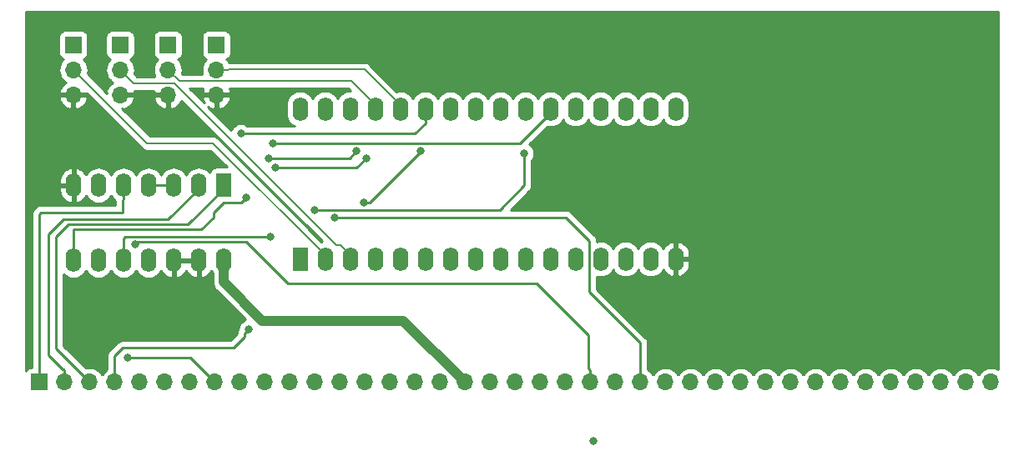
<source format=gbl>
G04 #@! TF.GenerationSoftware,KiCad,Pcbnew,5.1.4*
G04 #@! TF.CreationDate,2019-10-08T23:19:43+02:00*
G04 #@! TF.ProjectId,rc-29f001,72632d32-3966-4303-9031-2e6b69636164,rev?*
G04 #@! TF.SameCoordinates,Original*
G04 #@! TF.FileFunction,Copper,L2,Bot*
G04 #@! TF.FilePolarity,Positive*
%FSLAX46Y46*%
G04 Gerber Fmt 4.6, Leading zero omitted, Abs format (unit mm)*
G04 Created by KiCad (PCBNEW 5.1.4) date 2019-10-08 23:19:43*
%MOMM*%
%LPD*%
G04 APERTURE LIST*
%ADD10R,1.600000X2.400000*%
%ADD11O,1.600000X2.400000*%
%ADD12R,1.700000X1.700000*%
%ADD13O,1.700000X1.700000*%
%ADD14C,0.800000*%
%ADD15C,0.200000*%
%ADD16C,1.000000*%
%ADD17C,0.250000*%
%ADD18C,0.254000*%
G04 APERTURE END LIST*
D10*
X48500000Y-175750000D03*
D11*
X86600000Y-160510000D03*
X51040000Y-175750000D03*
X84060000Y-160510000D03*
X53580000Y-175750000D03*
X81520000Y-160510000D03*
X56120000Y-175750000D03*
X78980000Y-160510000D03*
X58660000Y-175750000D03*
X76440000Y-160510000D03*
X61200000Y-175750000D03*
X73900000Y-160510000D03*
X63740000Y-175750000D03*
X71360000Y-160510000D03*
X66280000Y-175750000D03*
X68820000Y-160510000D03*
X68820000Y-175750000D03*
X66280000Y-160510000D03*
X71360000Y-175750000D03*
X63740000Y-160510000D03*
X73900000Y-175750000D03*
X61200000Y-160510000D03*
X76440000Y-175750000D03*
X58660000Y-160510000D03*
X78980000Y-175750000D03*
X56120000Y-160510000D03*
X81520000Y-175750000D03*
X53580000Y-160510000D03*
X84060000Y-175750000D03*
X51040000Y-160510000D03*
X86600000Y-175750000D03*
X48500000Y-160510000D03*
D10*
X40750000Y-168250000D03*
D11*
X25510000Y-175870000D03*
X38210000Y-168250000D03*
X28050000Y-175870000D03*
X35670000Y-168250000D03*
X30590000Y-175870000D03*
X33130000Y-168250000D03*
X33130000Y-175870000D03*
X30590000Y-168250000D03*
X35670000Y-175870000D03*
X28050000Y-168250000D03*
X38210000Y-175870000D03*
X25510000Y-168250000D03*
X40750000Y-175870000D03*
D12*
X40000000Y-154000000D03*
D13*
X40000000Y-156540000D03*
X40000000Y-159080000D03*
D12*
X35090000Y-154000000D03*
D13*
X35090000Y-156540000D03*
X35090000Y-159080000D03*
D12*
X30250000Y-154000000D03*
D13*
X30250000Y-156540000D03*
X30250000Y-159080000D03*
D12*
X25500000Y-154000000D03*
D13*
X25500000Y-156540000D03*
X25500000Y-159080000D03*
X118580000Y-188250000D03*
X116040000Y-188250000D03*
X113500000Y-188250000D03*
X110960000Y-188250000D03*
X108420000Y-188250000D03*
X105880000Y-188250000D03*
X103340000Y-188250000D03*
X100800000Y-188250000D03*
X98260000Y-188250000D03*
X95720000Y-188250000D03*
X93180000Y-188250000D03*
X90640000Y-188250000D03*
X88100000Y-188250000D03*
X85560000Y-188250000D03*
X83020000Y-188250000D03*
X80480000Y-188250000D03*
X77940000Y-188250000D03*
X75400000Y-188250000D03*
X72860000Y-188250000D03*
X70320000Y-188250000D03*
X67780000Y-188250000D03*
X65240000Y-188250000D03*
X62700000Y-188250000D03*
X60160000Y-188250000D03*
X57620000Y-188250000D03*
X55080000Y-188250000D03*
X52540000Y-188250000D03*
X50000000Y-188250000D03*
X47460000Y-188250000D03*
X44920000Y-188250000D03*
X42380000Y-188250000D03*
X39840000Y-188250000D03*
X37300000Y-188250000D03*
X34760000Y-188250000D03*
X32220000Y-188250000D03*
X29680000Y-188250000D03*
X27140000Y-188250000D03*
X24600000Y-188250000D03*
D12*
X22060000Y-188250000D03*
D14*
X78250000Y-194250000D03*
X84250000Y-186000000D03*
X23250000Y-164000000D03*
X34750000Y-181500000D03*
X59750000Y-153750000D03*
X71500000Y-154750000D03*
X108750000Y-154250000D03*
X115250000Y-154250000D03*
X75750000Y-168250000D03*
X85000000Y-186500000D03*
X84250000Y-186750000D03*
X52000000Y-171500000D03*
X45500000Y-173500000D03*
X31750000Y-174225000D03*
X42500000Y-163000000D03*
X31000000Y-185750000D03*
X55000000Y-170000000D03*
X60750000Y-164750000D03*
X71250000Y-165000000D03*
X50000000Y-170750000D03*
X45323002Y-165500000D03*
X54250000Y-164750000D03*
X43250000Y-182900000D03*
X43000000Y-169500000D03*
X46000000Y-166500000D03*
X46000000Y-166500000D03*
X46000000Y-166500000D03*
X55250000Y-165500000D03*
X45750000Y-164000000D03*
X45750000Y-164000000D03*
D15*
X51040000Y-175350000D02*
X51040000Y-175750000D01*
X32960000Y-164000000D02*
X39690000Y-164000000D01*
X39690000Y-164000000D02*
X51040000Y-175350000D01*
X25500000Y-156540000D02*
X32960000Y-164000000D01*
X53580000Y-175350000D02*
X53580000Y-175750000D01*
X52580000Y-174350000D02*
X53580000Y-175350000D01*
X35759999Y-157929999D02*
X52180000Y-174350000D01*
X52180000Y-174350000D02*
X52580000Y-174350000D01*
X31639999Y-157929999D02*
X35759999Y-157929999D01*
X30250000Y-156540000D02*
X31639999Y-157929999D01*
D16*
X40750000Y-178070000D02*
X44680000Y-182000000D01*
X40750000Y-175870000D02*
X40750000Y-178070000D01*
X58990000Y-182000000D02*
X65240000Y-188250000D01*
X44680000Y-182000000D02*
X58990000Y-182000000D01*
D17*
X83020000Y-188250000D02*
X83020000Y-184270000D01*
X77854990Y-179104990D02*
X77854990Y-173895010D01*
X83020000Y-184270000D02*
X77854990Y-179104990D01*
X77854990Y-173895010D02*
X75459980Y-171500000D01*
X75459980Y-171500000D02*
X52000000Y-171500000D01*
X45500000Y-173500000D02*
X30750000Y-173500000D01*
X30590000Y-173660000D02*
X30590000Y-175870000D01*
X30750000Y-173500000D02*
X30590000Y-173660000D01*
X43000000Y-174000000D02*
X31750000Y-174000000D01*
X47250000Y-178250000D02*
X43000000Y-174000000D01*
X77940000Y-188250000D02*
X77940000Y-187047919D01*
X72500000Y-178250000D02*
X47250000Y-178250000D01*
X77750000Y-183500000D02*
X72500000Y-178250000D01*
X31750000Y-174000000D02*
X31750000Y-174225000D01*
X77940000Y-187047919D02*
X77750000Y-186857919D01*
X77750000Y-186857919D02*
X77750000Y-183500000D01*
X61200000Y-161960000D02*
X60160000Y-163000000D01*
X61200000Y-160510000D02*
X61200000Y-161960000D01*
X60160000Y-163000000D02*
X42500000Y-163000000D01*
X37340000Y-185750000D02*
X39840000Y-188250000D01*
X31000000Y-185750000D02*
X37340000Y-185750000D01*
X55565685Y-170000000D02*
X60750000Y-164815685D01*
X55000000Y-170000000D02*
X55565685Y-170000000D01*
X60750000Y-164815685D02*
X60750000Y-164750000D01*
X71250000Y-165000000D02*
X71250000Y-168250000D01*
X71250000Y-168250000D02*
X68750000Y-170750000D01*
X68750000Y-170750000D02*
X50000000Y-170750000D01*
X45323002Y-165500000D02*
X53500000Y-165500000D01*
X53500000Y-165500000D02*
X54250000Y-164750000D01*
X42850001Y-183299999D02*
X42850001Y-183649999D01*
X29680000Y-185570000D02*
X29680000Y-188250000D01*
X30500000Y-184750000D02*
X29680000Y-185570000D01*
X41750000Y-184750000D02*
X30500000Y-184750000D01*
X43250000Y-182900000D02*
X42850001Y-183299999D01*
X42850001Y-183649999D02*
X41750000Y-184750000D01*
X40750000Y-168650000D02*
X37150000Y-172250000D01*
X40750000Y-168250000D02*
X40750000Y-168650000D01*
X37150000Y-172250000D02*
X25000000Y-172250000D01*
X25000000Y-172250000D02*
X23750000Y-173500000D01*
X23750000Y-184860000D02*
X27140000Y-188250000D01*
X23750000Y-173500000D02*
X23750000Y-184860000D01*
X38210000Y-168650000D02*
X38210000Y-168250000D01*
X35110000Y-171750000D02*
X38210000Y-168650000D01*
X23000000Y-173250000D02*
X24500000Y-171750000D01*
X24600000Y-188250000D02*
X24600000Y-187047919D01*
X24600000Y-187047919D02*
X24500000Y-186947919D01*
X24500000Y-171750000D02*
X35110000Y-171750000D01*
X24500000Y-186947919D02*
X24447919Y-186947919D01*
X23000000Y-185500000D02*
X23000000Y-173250000D01*
X24447919Y-186947919D02*
X23000000Y-185500000D01*
X30590000Y-169700000D02*
X30500000Y-169790000D01*
X30590000Y-168250000D02*
X30590000Y-169700000D01*
X30500000Y-169790000D02*
X30500000Y-171000000D01*
X30500000Y-171000000D02*
X22250000Y-171000000D01*
X22060000Y-171190000D02*
X22060000Y-188250000D01*
X22250000Y-171000000D02*
X22060000Y-171190000D01*
D15*
X53700001Y-157690001D02*
X56120000Y-160110000D01*
X56120000Y-160110000D02*
X56120000Y-160510000D01*
X36240001Y-157690001D02*
X53700001Y-157690001D01*
X35090000Y-156540000D02*
X36240001Y-157690001D01*
X41202081Y-156540000D02*
X41242081Y-156500000D01*
X40000000Y-156540000D02*
X41202081Y-156540000D01*
X58660000Y-160110000D02*
X58660000Y-160510000D01*
X55050000Y-156500000D02*
X58660000Y-160110000D01*
X41242081Y-156500000D02*
X55050000Y-156500000D01*
D17*
X25510000Y-174420000D02*
X25500000Y-174410000D01*
X25510000Y-175870000D02*
X25510000Y-174420000D01*
X25500000Y-174410000D02*
X25500000Y-172750000D01*
X25500000Y-172750000D02*
X38500000Y-172750000D01*
X39750000Y-171500000D02*
X39750000Y-171000000D01*
X38500000Y-172750000D02*
X39750000Y-171500000D01*
X39750000Y-171000000D02*
X40750000Y-170000000D01*
X40750000Y-170000000D02*
X42500000Y-170000000D01*
X42500000Y-170000000D02*
X43000000Y-169500000D01*
X46000000Y-166500000D02*
X54250000Y-166500000D01*
X54250000Y-166500000D02*
X55250000Y-165500000D01*
X34620000Y-168250000D02*
X33130000Y-168250000D01*
X35670000Y-168250000D02*
X34620000Y-168250000D01*
X73900000Y-160910000D02*
X73900000Y-160510000D01*
X70810000Y-164000000D02*
X73900000Y-160910000D01*
X45750000Y-164000000D02*
X70810000Y-164000000D01*
D18*
G36*
X62827000Y-188123000D02*
G01*
X62847000Y-188123000D01*
X62847000Y-188377000D01*
X62827000Y-188377000D01*
X62827000Y-188397000D01*
X62573000Y-188397000D01*
X62573000Y-188377000D01*
X62553000Y-188377000D01*
X62553000Y-188123000D01*
X62573000Y-188123000D01*
X62573000Y-188103000D01*
X62827000Y-188103000D01*
X62827000Y-188123000D01*
X62827000Y-188123000D01*
G37*
X62827000Y-188123000D02*
X62847000Y-188123000D01*
X62847000Y-188377000D01*
X62827000Y-188377000D01*
X62827000Y-188397000D01*
X62573000Y-188397000D01*
X62573000Y-188377000D01*
X62553000Y-188377000D01*
X62553000Y-188123000D01*
X62573000Y-188123000D01*
X62573000Y-188103000D01*
X62827000Y-188103000D01*
X62827000Y-188123000D01*
G36*
X119340001Y-186972406D02*
G01*
X119151034Y-186871401D01*
X118871111Y-186786487D01*
X118652950Y-186765000D01*
X118507050Y-186765000D01*
X118288889Y-186786487D01*
X118008966Y-186871401D01*
X117750986Y-187009294D01*
X117524866Y-187194866D01*
X117339294Y-187420986D01*
X117310000Y-187475791D01*
X117280706Y-187420986D01*
X117095134Y-187194866D01*
X116869014Y-187009294D01*
X116611034Y-186871401D01*
X116331111Y-186786487D01*
X116112950Y-186765000D01*
X115967050Y-186765000D01*
X115748889Y-186786487D01*
X115468966Y-186871401D01*
X115210986Y-187009294D01*
X114984866Y-187194866D01*
X114799294Y-187420986D01*
X114770000Y-187475791D01*
X114740706Y-187420986D01*
X114555134Y-187194866D01*
X114329014Y-187009294D01*
X114071034Y-186871401D01*
X113791111Y-186786487D01*
X113572950Y-186765000D01*
X113427050Y-186765000D01*
X113208889Y-186786487D01*
X112928966Y-186871401D01*
X112670986Y-187009294D01*
X112444866Y-187194866D01*
X112259294Y-187420986D01*
X112230000Y-187475791D01*
X112200706Y-187420986D01*
X112015134Y-187194866D01*
X111789014Y-187009294D01*
X111531034Y-186871401D01*
X111251111Y-186786487D01*
X111032950Y-186765000D01*
X110887050Y-186765000D01*
X110668889Y-186786487D01*
X110388966Y-186871401D01*
X110130986Y-187009294D01*
X109904866Y-187194866D01*
X109719294Y-187420986D01*
X109690000Y-187475791D01*
X109660706Y-187420986D01*
X109475134Y-187194866D01*
X109249014Y-187009294D01*
X108991034Y-186871401D01*
X108711111Y-186786487D01*
X108492950Y-186765000D01*
X108347050Y-186765000D01*
X108128889Y-186786487D01*
X107848966Y-186871401D01*
X107590986Y-187009294D01*
X107364866Y-187194866D01*
X107179294Y-187420986D01*
X107150000Y-187475791D01*
X107120706Y-187420986D01*
X106935134Y-187194866D01*
X106709014Y-187009294D01*
X106451034Y-186871401D01*
X106171111Y-186786487D01*
X105952950Y-186765000D01*
X105807050Y-186765000D01*
X105588889Y-186786487D01*
X105308966Y-186871401D01*
X105050986Y-187009294D01*
X104824866Y-187194866D01*
X104639294Y-187420986D01*
X104610000Y-187475791D01*
X104580706Y-187420986D01*
X104395134Y-187194866D01*
X104169014Y-187009294D01*
X103911034Y-186871401D01*
X103631111Y-186786487D01*
X103412950Y-186765000D01*
X103267050Y-186765000D01*
X103048889Y-186786487D01*
X102768966Y-186871401D01*
X102510986Y-187009294D01*
X102284866Y-187194866D01*
X102099294Y-187420986D01*
X102070000Y-187475791D01*
X102040706Y-187420986D01*
X101855134Y-187194866D01*
X101629014Y-187009294D01*
X101371034Y-186871401D01*
X101091111Y-186786487D01*
X100872950Y-186765000D01*
X100727050Y-186765000D01*
X100508889Y-186786487D01*
X100228966Y-186871401D01*
X99970986Y-187009294D01*
X99744866Y-187194866D01*
X99559294Y-187420986D01*
X99530000Y-187475791D01*
X99500706Y-187420986D01*
X99315134Y-187194866D01*
X99089014Y-187009294D01*
X98831034Y-186871401D01*
X98551111Y-186786487D01*
X98332950Y-186765000D01*
X98187050Y-186765000D01*
X97968889Y-186786487D01*
X97688966Y-186871401D01*
X97430986Y-187009294D01*
X97204866Y-187194866D01*
X97019294Y-187420986D01*
X96990000Y-187475791D01*
X96960706Y-187420986D01*
X96775134Y-187194866D01*
X96549014Y-187009294D01*
X96291034Y-186871401D01*
X96011111Y-186786487D01*
X95792950Y-186765000D01*
X95647050Y-186765000D01*
X95428889Y-186786487D01*
X95148966Y-186871401D01*
X94890986Y-187009294D01*
X94664866Y-187194866D01*
X94479294Y-187420986D01*
X94450000Y-187475791D01*
X94420706Y-187420986D01*
X94235134Y-187194866D01*
X94009014Y-187009294D01*
X93751034Y-186871401D01*
X93471111Y-186786487D01*
X93252950Y-186765000D01*
X93107050Y-186765000D01*
X92888889Y-186786487D01*
X92608966Y-186871401D01*
X92350986Y-187009294D01*
X92124866Y-187194866D01*
X91939294Y-187420986D01*
X91910000Y-187475791D01*
X91880706Y-187420986D01*
X91695134Y-187194866D01*
X91469014Y-187009294D01*
X91211034Y-186871401D01*
X90931111Y-186786487D01*
X90712950Y-186765000D01*
X90567050Y-186765000D01*
X90348889Y-186786487D01*
X90068966Y-186871401D01*
X89810986Y-187009294D01*
X89584866Y-187194866D01*
X89399294Y-187420986D01*
X89370000Y-187475791D01*
X89340706Y-187420986D01*
X89155134Y-187194866D01*
X88929014Y-187009294D01*
X88671034Y-186871401D01*
X88391111Y-186786487D01*
X88172950Y-186765000D01*
X88027050Y-186765000D01*
X87808889Y-186786487D01*
X87528966Y-186871401D01*
X87270986Y-187009294D01*
X87044866Y-187194866D01*
X86859294Y-187420986D01*
X86830000Y-187475791D01*
X86800706Y-187420986D01*
X86615134Y-187194866D01*
X86389014Y-187009294D01*
X86131034Y-186871401D01*
X85851111Y-186786487D01*
X85632950Y-186765000D01*
X85487050Y-186765000D01*
X85268889Y-186786487D01*
X84988966Y-186871401D01*
X84730986Y-187009294D01*
X84504866Y-187194866D01*
X84319294Y-187420986D01*
X84290000Y-187475791D01*
X84260706Y-187420986D01*
X84075134Y-187194866D01*
X83849014Y-187009294D01*
X83780000Y-186972405D01*
X83780000Y-184307322D01*
X83783676Y-184269999D01*
X83780000Y-184232676D01*
X83780000Y-184232667D01*
X83769003Y-184121014D01*
X83725546Y-183977753D01*
X83654974Y-183845724D01*
X83560001Y-183729999D01*
X83531003Y-183706201D01*
X78614990Y-178790189D01*
X78614990Y-177538846D01*
X78698692Y-177564236D01*
X78980000Y-177591943D01*
X79261309Y-177564236D01*
X79531808Y-177482182D01*
X79781101Y-177348932D01*
X79999608Y-177169608D01*
X80178932Y-176951101D01*
X80250000Y-176818142D01*
X80321068Y-176951101D01*
X80500393Y-177169608D01*
X80718900Y-177348932D01*
X80968193Y-177482182D01*
X81238692Y-177564236D01*
X81520000Y-177591943D01*
X81801309Y-177564236D01*
X82071808Y-177482182D01*
X82321101Y-177348932D01*
X82539608Y-177169608D01*
X82718932Y-176951101D01*
X82790000Y-176818142D01*
X82861068Y-176951101D01*
X83040393Y-177169608D01*
X83258900Y-177348932D01*
X83508193Y-177482182D01*
X83778692Y-177564236D01*
X84060000Y-177591943D01*
X84341309Y-177564236D01*
X84611808Y-177482182D01*
X84861101Y-177348932D01*
X85079608Y-177169608D01*
X85258932Y-176951101D01*
X85327265Y-176823259D01*
X85477399Y-177052839D01*
X85675105Y-177254500D01*
X85908354Y-177413715D01*
X86168182Y-177524367D01*
X86250961Y-177541904D01*
X86473000Y-177419915D01*
X86473000Y-175877000D01*
X86727000Y-175877000D01*
X86727000Y-177419915D01*
X86949039Y-177541904D01*
X87031818Y-177524367D01*
X87291646Y-177413715D01*
X87524895Y-177254500D01*
X87722601Y-177052839D01*
X87877166Y-176816483D01*
X87982650Y-176554514D01*
X88035000Y-176277000D01*
X88035000Y-175877000D01*
X86727000Y-175877000D01*
X86473000Y-175877000D01*
X86453000Y-175877000D01*
X86453000Y-175623000D01*
X86473000Y-175623000D01*
X86473000Y-174080085D01*
X86727000Y-174080085D01*
X86727000Y-175623000D01*
X88035000Y-175623000D01*
X88035000Y-175223000D01*
X87982650Y-174945486D01*
X87877166Y-174683517D01*
X87722601Y-174447161D01*
X87524895Y-174245500D01*
X87291646Y-174086285D01*
X87031818Y-173975633D01*
X86949039Y-173958096D01*
X86727000Y-174080085D01*
X86473000Y-174080085D01*
X86250961Y-173958096D01*
X86168182Y-173975633D01*
X85908354Y-174086285D01*
X85675105Y-174245500D01*
X85477399Y-174447161D01*
X85327265Y-174676741D01*
X85258932Y-174548899D01*
X85079607Y-174330392D01*
X84861100Y-174151068D01*
X84611807Y-174017818D01*
X84341308Y-173935764D01*
X84060000Y-173908057D01*
X83778691Y-173935764D01*
X83508192Y-174017818D01*
X83258899Y-174151068D01*
X83040392Y-174330393D01*
X82861068Y-174548900D01*
X82790000Y-174681858D01*
X82718932Y-174548899D01*
X82539607Y-174330392D01*
X82321100Y-174151068D01*
X82071807Y-174017818D01*
X81801308Y-173935764D01*
X81520000Y-173908057D01*
X81238691Y-173935764D01*
X80968192Y-174017818D01*
X80718899Y-174151068D01*
X80500392Y-174330393D01*
X80321068Y-174548900D01*
X80250000Y-174681858D01*
X80178932Y-174548899D01*
X79999607Y-174330392D01*
X79781100Y-174151068D01*
X79531807Y-174017818D01*
X79261308Y-173935764D01*
X78980000Y-173908057D01*
X78698691Y-173935764D01*
X78614990Y-173961154D01*
X78614990Y-173932343D01*
X78618667Y-173895010D01*
X78603993Y-173746024D01*
X78560536Y-173602763D01*
X78489964Y-173470734D01*
X78418789Y-173384007D01*
X78394991Y-173355009D01*
X78365993Y-173331211D01*
X76023784Y-170989003D01*
X75999981Y-170959999D01*
X75884256Y-170865026D01*
X75752227Y-170794454D01*
X75608966Y-170750997D01*
X75497313Y-170740000D01*
X75497302Y-170740000D01*
X75459980Y-170736324D01*
X75422658Y-170740000D01*
X69834801Y-170740000D01*
X71761003Y-168813799D01*
X71790001Y-168790001D01*
X71847046Y-168720492D01*
X71884974Y-168674277D01*
X71955546Y-168542247D01*
X71968053Y-168501015D01*
X71999003Y-168398986D01*
X72010000Y-168287333D01*
X72010000Y-168287323D01*
X72013676Y-168250000D01*
X72010000Y-168212677D01*
X72010000Y-165703711D01*
X72053937Y-165659774D01*
X72167205Y-165490256D01*
X72245226Y-165301898D01*
X72285000Y-165101939D01*
X72285000Y-164898061D01*
X72245226Y-164698102D01*
X72167205Y-164509744D01*
X72053937Y-164340226D01*
X71909774Y-164196063D01*
X71777273Y-164107529D01*
X73574094Y-162310708D01*
X73618692Y-162324236D01*
X73900000Y-162351943D01*
X74181309Y-162324236D01*
X74451808Y-162242182D01*
X74701101Y-162108932D01*
X74919608Y-161929608D01*
X75098932Y-161711101D01*
X75170000Y-161578142D01*
X75241068Y-161711101D01*
X75420393Y-161929608D01*
X75638900Y-162108932D01*
X75888193Y-162242182D01*
X76158692Y-162324236D01*
X76440000Y-162351943D01*
X76721309Y-162324236D01*
X76991808Y-162242182D01*
X77241101Y-162108932D01*
X77459608Y-161929608D01*
X77638932Y-161711101D01*
X77710000Y-161578142D01*
X77781068Y-161711101D01*
X77960393Y-161929608D01*
X78178900Y-162108932D01*
X78428193Y-162242182D01*
X78698692Y-162324236D01*
X78980000Y-162351943D01*
X79261309Y-162324236D01*
X79531808Y-162242182D01*
X79781101Y-162108932D01*
X79999608Y-161929608D01*
X80178932Y-161711101D01*
X80250000Y-161578142D01*
X80321068Y-161711101D01*
X80500393Y-161929608D01*
X80718900Y-162108932D01*
X80968193Y-162242182D01*
X81238692Y-162324236D01*
X81520000Y-162351943D01*
X81801309Y-162324236D01*
X82071808Y-162242182D01*
X82321101Y-162108932D01*
X82539608Y-161929608D01*
X82718932Y-161711101D01*
X82790000Y-161578142D01*
X82861068Y-161711101D01*
X83040393Y-161929608D01*
X83258900Y-162108932D01*
X83508193Y-162242182D01*
X83778692Y-162324236D01*
X84060000Y-162351943D01*
X84341309Y-162324236D01*
X84611808Y-162242182D01*
X84861101Y-162108932D01*
X85079608Y-161929608D01*
X85258932Y-161711101D01*
X85330000Y-161578142D01*
X85401068Y-161711101D01*
X85580393Y-161929608D01*
X85798900Y-162108932D01*
X86048193Y-162242182D01*
X86318692Y-162324236D01*
X86600000Y-162351943D01*
X86881309Y-162324236D01*
X87151808Y-162242182D01*
X87401101Y-162108932D01*
X87619608Y-161929608D01*
X87798932Y-161711101D01*
X87932182Y-161461808D01*
X88014236Y-161191309D01*
X88035000Y-160980491D01*
X88035000Y-160039508D01*
X88014236Y-159828691D01*
X87932182Y-159558192D01*
X87798932Y-159308899D01*
X87619607Y-159090392D01*
X87401100Y-158911068D01*
X87151807Y-158777818D01*
X86881308Y-158695764D01*
X86600000Y-158668057D01*
X86318691Y-158695764D01*
X86048192Y-158777818D01*
X85798899Y-158911068D01*
X85580392Y-159090393D01*
X85401068Y-159308900D01*
X85330000Y-159441858D01*
X85258932Y-159308899D01*
X85079607Y-159090392D01*
X84861100Y-158911068D01*
X84611807Y-158777818D01*
X84341308Y-158695764D01*
X84060000Y-158668057D01*
X83778691Y-158695764D01*
X83508192Y-158777818D01*
X83258899Y-158911068D01*
X83040392Y-159090393D01*
X82861068Y-159308900D01*
X82790000Y-159441858D01*
X82718932Y-159308899D01*
X82539607Y-159090392D01*
X82321100Y-158911068D01*
X82071807Y-158777818D01*
X81801308Y-158695764D01*
X81520000Y-158668057D01*
X81238691Y-158695764D01*
X80968192Y-158777818D01*
X80718899Y-158911068D01*
X80500392Y-159090393D01*
X80321068Y-159308900D01*
X80250000Y-159441858D01*
X80178932Y-159308899D01*
X79999607Y-159090392D01*
X79781100Y-158911068D01*
X79531807Y-158777818D01*
X79261308Y-158695764D01*
X78980000Y-158668057D01*
X78698691Y-158695764D01*
X78428192Y-158777818D01*
X78178899Y-158911068D01*
X77960392Y-159090393D01*
X77781068Y-159308900D01*
X77710000Y-159441858D01*
X77638932Y-159308899D01*
X77459607Y-159090392D01*
X77241100Y-158911068D01*
X76991807Y-158777818D01*
X76721308Y-158695764D01*
X76440000Y-158668057D01*
X76158691Y-158695764D01*
X75888192Y-158777818D01*
X75638899Y-158911068D01*
X75420392Y-159090393D01*
X75241068Y-159308900D01*
X75170000Y-159441858D01*
X75098932Y-159308899D01*
X74919607Y-159090392D01*
X74701100Y-158911068D01*
X74451807Y-158777818D01*
X74181308Y-158695764D01*
X73900000Y-158668057D01*
X73618691Y-158695764D01*
X73348192Y-158777818D01*
X73098899Y-158911068D01*
X72880392Y-159090393D01*
X72701068Y-159308900D01*
X72630000Y-159441858D01*
X72558932Y-159308899D01*
X72379607Y-159090392D01*
X72161100Y-158911068D01*
X71911807Y-158777818D01*
X71641308Y-158695764D01*
X71360000Y-158668057D01*
X71078691Y-158695764D01*
X70808192Y-158777818D01*
X70558899Y-158911068D01*
X70340392Y-159090393D01*
X70161068Y-159308900D01*
X70090000Y-159441858D01*
X70018932Y-159308899D01*
X69839607Y-159090392D01*
X69621100Y-158911068D01*
X69371807Y-158777818D01*
X69101308Y-158695764D01*
X68820000Y-158668057D01*
X68538691Y-158695764D01*
X68268192Y-158777818D01*
X68018899Y-158911068D01*
X67800392Y-159090393D01*
X67621068Y-159308900D01*
X67550000Y-159441858D01*
X67478932Y-159308899D01*
X67299607Y-159090392D01*
X67081100Y-158911068D01*
X66831807Y-158777818D01*
X66561308Y-158695764D01*
X66280000Y-158668057D01*
X65998691Y-158695764D01*
X65728192Y-158777818D01*
X65478899Y-158911068D01*
X65260392Y-159090393D01*
X65081068Y-159308900D01*
X65010000Y-159441858D01*
X64938932Y-159308899D01*
X64759607Y-159090392D01*
X64541100Y-158911068D01*
X64291807Y-158777818D01*
X64021308Y-158695764D01*
X63740000Y-158668057D01*
X63458691Y-158695764D01*
X63188192Y-158777818D01*
X62938899Y-158911068D01*
X62720392Y-159090393D01*
X62541068Y-159308900D01*
X62470000Y-159441858D01*
X62398932Y-159308899D01*
X62219607Y-159090392D01*
X62001100Y-158911068D01*
X61751807Y-158777818D01*
X61481308Y-158695764D01*
X61200000Y-158668057D01*
X60918691Y-158695764D01*
X60648192Y-158777818D01*
X60398899Y-158911068D01*
X60180392Y-159090393D01*
X60001068Y-159308900D01*
X59930000Y-159441858D01*
X59858932Y-159308899D01*
X59679607Y-159090392D01*
X59461100Y-158911068D01*
X59211807Y-158777818D01*
X58941308Y-158695764D01*
X58660000Y-158668057D01*
X58378691Y-158695764D01*
X58306968Y-158717521D01*
X55595259Y-156005813D01*
X55572238Y-155977762D01*
X55460320Y-155885913D01*
X55332633Y-155817663D01*
X55194085Y-155775635D01*
X55086105Y-155765000D01*
X55050000Y-155761444D01*
X55013895Y-155765000D01*
X41278186Y-155765000D01*
X41269099Y-155764105D01*
X41240706Y-155710986D01*
X41055134Y-155484866D01*
X41025313Y-155460393D01*
X41094180Y-155439502D01*
X41204494Y-155380537D01*
X41301185Y-155301185D01*
X41380537Y-155204494D01*
X41439502Y-155094180D01*
X41475812Y-154974482D01*
X41488072Y-154850000D01*
X41488072Y-153150000D01*
X41475812Y-153025518D01*
X41439502Y-152905820D01*
X41380537Y-152795506D01*
X41301185Y-152698815D01*
X41204494Y-152619463D01*
X41094180Y-152560498D01*
X40974482Y-152524188D01*
X40850000Y-152511928D01*
X39150000Y-152511928D01*
X39025518Y-152524188D01*
X38905820Y-152560498D01*
X38795506Y-152619463D01*
X38698815Y-152698815D01*
X38619463Y-152795506D01*
X38560498Y-152905820D01*
X38524188Y-153025518D01*
X38511928Y-153150000D01*
X38511928Y-154850000D01*
X38524188Y-154974482D01*
X38560498Y-155094180D01*
X38619463Y-155204494D01*
X38698815Y-155301185D01*
X38795506Y-155380537D01*
X38905820Y-155439502D01*
X38974687Y-155460393D01*
X38944866Y-155484866D01*
X38759294Y-155710986D01*
X38621401Y-155968966D01*
X38536487Y-156248889D01*
X38507815Y-156540000D01*
X38536487Y-156831111D01*
X38574069Y-156955001D01*
X36544448Y-156955001D01*
X36522568Y-156933122D01*
X36553513Y-156831111D01*
X36582185Y-156540000D01*
X36553513Y-156248889D01*
X36468599Y-155968966D01*
X36330706Y-155710986D01*
X36145134Y-155484866D01*
X36115313Y-155460393D01*
X36184180Y-155439502D01*
X36294494Y-155380537D01*
X36391185Y-155301185D01*
X36470537Y-155204494D01*
X36529502Y-155094180D01*
X36565812Y-154974482D01*
X36578072Y-154850000D01*
X36578072Y-153150000D01*
X36565812Y-153025518D01*
X36529502Y-152905820D01*
X36470537Y-152795506D01*
X36391185Y-152698815D01*
X36294494Y-152619463D01*
X36184180Y-152560498D01*
X36064482Y-152524188D01*
X35940000Y-152511928D01*
X34240000Y-152511928D01*
X34115518Y-152524188D01*
X33995820Y-152560498D01*
X33885506Y-152619463D01*
X33788815Y-152698815D01*
X33709463Y-152795506D01*
X33650498Y-152905820D01*
X33614188Y-153025518D01*
X33601928Y-153150000D01*
X33601928Y-154850000D01*
X33614188Y-154974482D01*
X33650498Y-155094180D01*
X33709463Y-155204494D01*
X33788815Y-155301185D01*
X33885506Y-155380537D01*
X33995820Y-155439502D01*
X34064687Y-155460393D01*
X34034866Y-155484866D01*
X33849294Y-155710986D01*
X33711401Y-155968966D01*
X33626487Y-156248889D01*
X33597815Y-156540000D01*
X33626487Y-156831111D01*
X33711401Y-157111034D01*
X33756281Y-157194999D01*
X31944446Y-157194999D01*
X31682568Y-156933122D01*
X31713513Y-156831111D01*
X31742185Y-156540000D01*
X31713513Y-156248889D01*
X31628599Y-155968966D01*
X31490706Y-155710986D01*
X31305134Y-155484866D01*
X31275313Y-155460393D01*
X31344180Y-155439502D01*
X31454494Y-155380537D01*
X31551185Y-155301185D01*
X31630537Y-155204494D01*
X31689502Y-155094180D01*
X31725812Y-154974482D01*
X31738072Y-154850000D01*
X31738072Y-153150000D01*
X31725812Y-153025518D01*
X31689502Y-152905820D01*
X31630537Y-152795506D01*
X31551185Y-152698815D01*
X31454494Y-152619463D01*
X31344180Y-152560498D01*
X31224482Y-152524188D01*
X31100000Y-152511928D01*
X29400000Y-152511928D01*
X29275518Y-152524188D01*
X29155820Y-152560498D01*
X29045506Y-152619463D01*
X28948815Y-152698815D01*
X28869463Y-152795506D01*
X28810498Y-152905820D01*
X28774188Y-153025518D01*
X28761928Y-153150000D01*
X28761928Y-154850000D01*
X28774188Y-154974482D01*
X28810498Y-155094180D01*
X28869463Y-155204494D01*
X28948815Y-155301185D01*
X29045506Y-155380537D01*
X29155820Y-155439502D01*
X29224687Y-155460393D01*
X29194866Y-155484866D01*
X29009294Y-155710986D01*
X28871401Y-155968966D01*
X28786487Y-156248889D01*
X28757815Y-156540000D01*
X28786487Y-156831111D01*
X28871401Y-157111034D01*
X29009294Y-157369014D01*
X29194866Y-157595134D01*
X29420986Y-157780706D01*
X29485523Y-157815201D01*
X29368645Y-157884822D01*
X29152412Y-158079731D01*
X28978359Y-158313080D01*
X28853175Y-158575901D01*
X28808524Y-158723110D01*
X28904589Y-158905143D01*
X26932568Y-156933122D01*
X26963513Y-156831111D01*
X26992185Y-156540000D01*
X26963513Y-156248889D01*
X26878599Y-155968966D01*
X26740706Y-155710986D01*
X26555134Y-155484866D01*
X26525313Y-155460393D01*
X26594180Y-155439502D01*
X26704494Y-155380537D01*
X26801185Y-155301185D01*
X26880537Y-155204494D01*
X26939502Y-155094180D01*
X26975812Y-154974482D01*
X26988072Y-154850000D01*
X26988072Y-153150000D01*
X26975812Y-153025518D01*
X26939502Y-152905820D01*
X26880537Y-152795506D01*
X26801185Y-152698815D01*
X26704494Y-152619463D01*
X26594180Y-152560498D01*
X26474482Y-152524188D01*
X26350000Y-152511928D01*
X24650000Y-152511928D01*
X24525518Y-152524188D01*
X24405820Y-152560498D01*
X24295506Y-152619463D01*
X24198815Y-152698815D01*
X24119463Y-152795506D01*
X24060498Y-152905820D01*
X24024188Y-153025518D01*
X24011928Y-153150000D01*
X24011928Y-154850000D01*
X24024188Y-154974482D01*
X24060498Y-155094180D01*
X24119463Y-155204494D01*
X24198815Y-155301185D01*
X24295506Y-155380537D01*
X24405820Y-155439502D01*
X24474687Y-155460393D01*
X24444866Y-155484866D01*
X24259294Y-155710986D01*
X24121401Y-155968966D01*
X24036487Y-156248889D01*
X24007815Y-156540000D01*
X24036487Y-156831111D01*
X24121401Y-157111034D01*
X24259294Y-157369014D01*
X24444866Y-157595134D01*
X24670986Y-157780706D01*
X24735523Y-157815201D01*
X24618645Y-157884822D01*
X24402412Y-158079731D01*
X24228359Y-158313080D01*
X24103175Y-158575901D01*
X24058524Y-158723110D01*
X24179845Y-158953000D01*
X25373000Y-158953000D01*
X25373000Y-158933000D01*
X25627000Y-158933000D01*
X25627000Y-158953000D01*
X26820155Y-158953000D01*
X26838601Y-158918047D01*
X32414746Y-164494193D01*
X32437762Y-164522238D01*
X32549680Y-164614087D01*
X32677367Y-164682337D01*
X32761156Y-164707754D01*
X32815914Y-164724365D01*
X32830132Y-164725765D01*
X32923895Y-164735000D01*
X32923902Y-164735000D01*
X32959999Y-164738555D01*
X32996096Y-164735000D01*
X39385554Y-164735000D01*
X41062482Y-166411928D01*
X39950000Y-166411928D01*
X39825518Y-166424188D01*
X39705820Y-166460498D01*
X39595506Y-166519463D01*
X39498815Y-166598815D01*
X39419463Y-166695506D01*
X39360498Y-166805820D01*
X39324188Y-166925518D01*
X39322419Y-166943482D01*
X39229608Y-166830392D01*
X39011101Y-166651068D01*
X38761808Y-166517818D01*
X38491309Y-166435764D01*
X38210000Y-166408057D01*
X37928692Y-166435764D01*
X37658193Y-166517818D01*
X37408900Y-166651068D01*
X37190393Y-166830392D01*
X37011068Y-167048899D01*
X36940000Y-167181858D01*
X36868932Y-167048899D01*
X36689608Y-166830392D01*
X36471101Y-166651068D01*
X36221808Y-166517818D01*
X35951309Y-166435764D01*
X35670000Y-166408057D01*
X35388692Y-166435764D01*
X35118193Y-166517818D01*
X34868900Y-166651068D01*
X34650393Y-166830392D01*
X34471068Y-167048899D01*
X34400000Y-167181858D01*
X34328932Y-167048899D01*
X34149608Y-166830392D01*
X33931101Y-166651068D01*
X33681808Y-166517818D01*
X33411309Y-166435764D01*
X33130000Y-166408057D01*
X32848692Y-166435764D01*
X32578193Y-166517818D01*
X32328900Y-166651068D01*
X32110393Y-166830392D01*
X31931068Y-167048899D01*
X31860000Y-167181858D01*
X31788932Y-167048899D01*
X31609608Y-166830392D01*
X31391101Y-166651068D01*
X31141808Y-166517818D01*
X30871309Y-166435764D01*
X30590000Y-166408057D01*
X30308692Y-166435764D01*
X30038193Y-166517818D01*
X29788900Y-166651068D01*
X29570393Y-166830392D01*
X29391068Y-167048899D01*
X29320000Y-167181858D01*
X29248932Y-167048899D01*
X29069608Y-166830392D01*
X28851101Y-166651068D01*
X28601808Y-166517818D01*
X28331309Y-166435764D01*
X28050000Y-166408057D01*
X27768692Y-166435764D01*
X27498193Y-166517818D01*
X27248900Y-166651068D01*
X27030393Y-166830392D01*
X26851068Y-167048899D01*
X26782735Y-167176741D01*
X26632601Y-166947161D01*
X26434895Y-166745500D01*
X26201646Y-166586285D01*
X25941818Y-166475633D01*
X25859039Y-166458096D01*
X25637000Y-166580085D01*
X25637000Y-168123000D01*
X25657000Y-168123000D01*
X25657000Y-168377000D01*
X25637000Y-168377000D01*
X25637000Y-169919915D01*
X25859039Y-170041904D01*
X25941818Y-170024367D01*
X26201646Y-169913715D01*
X26434895Y-169754500D01*
X26632601Y-169552839D01*
X26782735Y-169323258D01*
X26851068Y-169451100D01*
X27030392Y-169669607D01*
X27248899Y-169848932D01*
X27498192Y-169982182D01*
X27768691Y-170064236D01*
X28050000Y-170091943D01*
X28331308Y-170064236D01*
X28601807Y-169982182D01*
X28851100Y-169848932D01*
X29069607Y-169669608D01*
X29248932Y-169451101D01*
X29320000Y-169318142D01*
X29391068Y-169451100D01*
X29570392Y-169669607D01*
X29738015Y-169807173D01*
X29740000Y-169827323D01*
X29740000Y-170240000D01*
X22287333Y-170240000D01*
X22250000Y-170236323D01*
X22212667Y-170240000D01*
X22101014Y-170250997D01*
X21957753Y-170294454D01*
X21825724Y-170365026D01*
X21709999Y-170459999D01*
X21686196Y-170489003D01*
X21549003Y-170626196D01*
X21519999Y-170649999D01*
X21482196Y-170696063D01*
X21425026Y-170765724D01*
X21404601Y-170803937D01*
X21354454Y-170897754D01*
X21310997Y-171041015D01*
X21300000Y-171152668D01*
X21300000Y-171152678D01*
X21296324Y-171190000D01*
X21300000Y-171227322D01*
X21300001Y-186761928D01*
X21210000Y-186761928D01*
X21085518Y-186774188D01*
X20965820Y-186810498D01*
X20855506Y-186869463D01*
X20758815Y-186948815D01*
X20679463Y-187045506D01*
X20660000Y-187081918D01*
X20660000Y-168377000D01*
X24075000Y-168377000D01*
X24075000Y-168777000D01*
X24127350Y-169054514D01*
X24232834Y-169316483D01*
X24387399Y-169552839D01*
X24585105Y-169754500D01*
X24818354Y-169913715D01*
X25078182Y-170024367D01*
X25160961Y-170041904D01*
X25383000Y-169919915D01*
X25383000Y-168377000D01*
X24075000Y-168377000D01*
X20660000Y-168377000D01*
X20660000Y-167723000D01*
X24075000Y-167723000D01*
X24075000Y-168123000D01*
X25383000Y-168123000D01*
X25383000Y-166580085D01*
X25160961Y-166458096D01*
X25078182Y-166475633D01*
X24818354Y-166586285D01*
X24585105Y-166745500D01*
X24387399Y-166947161D01*
X24232834Y-167183517D01*
X24127350Y-167445486D01*
X24075000Y-167723000D01*
X20660000Y-167723000D01*
X20660000Y-159436890D01*
X24058524Y-159436890D01*
X24103175Y-159584099D01*
X24228359Y-159846920D01*
X24402412Y-160080269D01*
X24618645Y-160275178D01*
X24868748Y-160424157D01*
X25143109Y-160521481D01*
X25373000Y-160400814D01*
X25373000Y-159207000D01*
X25627000Y-159207000D01*
X25627000Y-160400814D01*
X25856891Y-160521481D01*
X26131252Y-160424157D01*
X26381355Y-160275178D01*
X26597588Y-160080269D01*
X26771641Y-159846920D01*
X26896825Y-159584099D01*
X26941476Y-159436890D01*
X26820155Y-159207000D01*
X25627000Y-159207000D01*
X25373000Y-159207000D01*
X24179845Y-159207000D01*
X24058524Y-159436890D01*
X20660000Y-159436890D01*
X20660000Y-150660000D01*
X119340000Y-150660000D01*
X119340001Y-186972406D01*
X119340001Y-186972406D01*
G37*
X119340001Y-186972406D02*
X119151034Y-186871401D01*
X118871111Y-186786487D01*
X118652950Y-186765000D01*
X118507050Y-186765000D01*
X118288889Y-186786487D01*
X118008966Y-186871401D01*
X117750986Y-187009294D01*
X117524866Y-187194866D01*
X117339294Y-187420986D01*
X117310000Y-187475791D01*
X117280706Y-187420986D01*
X117095134Y-187194866D01*
X116869014Y-187009294D01*
X116611034Y-186871401D01*
X116331111Y-186786487D01*
X116112950Y-186765000D01*
X115967050Y-186765000D01*
X115748889Y-186786487D01*
X115468966Y-186871401D01*
X115210986Y-187009294D01*
X114984866Y-187194866D01*
X114799294Y-187420986D01*
X114770000Y-187475791D01*
X114740706Y-187420986D01*
X114555134Y-187194866D01*
X114329014Y-187009294D01*
X114071034Y-186871401D01*
X113791111Y-186786487D01*
X113572950Y-186765000D01*
X113427050Y-186765000D01*
X113208889Y-186786487D01*
X112928966Y-186871401D01*
X112670986Y-187009294D01*
X112444866Y-187194866D01*
X112259294Y-187420986D01*
X112230000Y-187475791D01*
X112200706Y-187420986D01*
X112015134Y-187194866D01*
X111789014Y-187009294D01*
X111531034Y-186871401D01*
X111251111Y-186786487D01*
X111032950Y-186765000D01*
X110887050Y-186765000D01*
X110668889Y-186786487D01*
X110388966Y-186871401D01*
X110130986Y-187009294D01*
X109904866Y-187194866D01*
X109719294Y-187420986D01*
X109690000Y-187475791D01*
X109660706Y-187420986D01*
X109475134Y-187194866D01*
X109249014Y-187009294D01*
X108991034Y-186871401D01*
X108711111Y-186786487D01*
X108492950Y-186765000D01*
X108347050Y-186765000D01*
X108128889Y-186786487D01*
X107848966Y-186871401D01*
X107590986Y-187009294D01*
X107364866Y-187194866D01*
X107179294Y-187420986D01*
X107150000Y-187475791D01*
X107120706Y-187420986D01*
X106935134Y-187194866D01*
X106709014Y-187009294D01*
X106451034Y-186871401D01*
X106171111Y-186786487D01*
X105952950Y-186765000D01*
X105807050Y-186765000D01*
X105588889Y-186786487D01*
X105308966Y-186871401D01*
X105050986Y-187009294D01*
X104824866Y-187194866D01*
X104639294Y-187420986D01*
X104610000Y-187475791D01*
X104580706Y-187420986D01*
X104395134Y-187194866D01*
X104169014Y-187009294D01*
X103911034Y-186871401D01*
X103631111Y-186786487D01*
X103412950Y-186765000D01*
X103267050Y-186765000D01*
X103048889Y-186786487D01*
X102768966Y-186871401D01*
X102510986Y-187009294D01*
X102284866Y-187194866D01*
X102099294Y-187420986D01*
X102070000Y-187475791D01*
X102040706Y-187420986D01*
X101855134Y-187194866D01*
X101629014Y-187009294D01*
X101371034Y-186871401D01*
X101091111Y-186786487D01*
X100872950Y-186765000D01*
X100727050Y-186765000D01*
X100508889Y-186786487D01*
X100228966Y-186871401D01*
X99970986Y-187009294D01*
X99744866Y-187194866D01*
X99559294Y-187420986D01*
X99530000Y-187475791D01*
X99500706Y-187420986D01*
X99315134Y-187194866D01*
X99089014Y-187009294D01*
X98831034Y-186871401D01*
X98551111Y-186786487D01*
X98332950Y-186765000D01*
X98187050Y-186765000D01*
X97968889Y-186786487D01*
X97688966Y-186871401D01*
X97430986Y-187009294D01*
X97204866Y-187194866D01*
X97019294Y-187420986D01*
X96990000Y-187475791D01*
X96960706Y-187420986D01*
X96775134Y-187194866D01*
X96549014Y-187009294D01*
X96291034Y-186871401D01*
X96011111Y-186786487D01*
X95792950Y-186765000D01*
X95647050Y-186765000D01*
X95428889Y-186786487D01*
X95148966Y-186871401D01*
X94890986Y-187009294D01*
X94664866Y-187194866D01*
X94479294Y-187420986D01*
X94450000Y-187475791D01*
X94420706Y-187420986D01*
X94235134Y-187194866D01*
X94009014Y-187009294D01*
X93751034Y-186871401D01*
X93471111Y-186786487D01*
X93252950Y-186765000D01*
X93107050Y-186765000D01*
X92888889Y-186786487D01*
X92608966Y-186871401D01*
X92350986Y-187009294D01*
X92124866Y-187194866D01*
X91939294Y-187420986D01*
X91910000Y-187475791D01*
X91880706Y-187420986D01*
X91695134Y-187194866D01*
X91469014Y-187009294D01*
X91211034Y-186871401D01*
X90931111Y-186786487D01*
X90712950Y-186765000D01*
X90567050Y-186765000D01*
X90348889Y-186786487D01*
X90068966Y-186871401D01*
X89810986Y-187009294D01*
X89584866Y-187194866D01*
X89399294Y-187420986D01*
X89370000Y-187475791D01*
X89340706Y-187420986D01*
X89155134Y-187194866D01*
X88929014Y-187009294D01*
X88671034Y-186871401D01*
X88391111Y-186786487D01*
X88172950Y-186765000D01*
X88027050Y-186765000D01*
X87808889Y-186786487D01*
X87528966Y-186871401D01*
X87270986Y-187009294D01*
X87044866Y-187194866D01*
X86859294Y-187420986D01*
X86830000Y-187475791D01*
X86800706Y-187420986D01*
X86615134Y-187194866D01*
X86389014Y-187009294D01*
X86131034Y-186871401D01*
X85851111Y-186786487D01*
X85632950Y-186765000D01*
X85487050Y-186765000D01*
X85268889Y-186786487D01*
X84988966Y-186871401D01*
X84730986Y-187009294D01*
X84504866Y-187194866D01*
X84319294Y-187420986D01*
X84290000Y-187475791D01*
X84260706Y-187420986D01*
X84075134Y-187194866D01*
X83849014Y-187009294D01*
X83780000Y-186972405D01*
X83780000Y-184307322D01*
X83783676Y-184269999D01*
X83780000Y-184232676D01*
X83780000Y-184232667D01*
X83769003Y-184121014D01*
X83725546Y-183977753D01*
X83654974Y-183845724D01*
X83560001Y-183729999D01*
X83531003Y-183706201D01*
X78614990Y-178790189D01*
X78614990Y-177538846D01*
X78698692Y-177564236D01*
X78980000Y-177591943D01*
X79261309Y-177564236D01*
X79531808Y-177482182D01*
X79781101Y-177348932D01*
X79999608Y-177169608D01*
X80178932Y-176951101D01*
X80250000Y-176818142D01*
X80321068Y-176951101D01*
X80500393Y-177169608D01*
X80718900Y-177348932D01*
X80968193Y-177482182D01*
X81238692Y-177564236D01*
X81520000Y-177591943D01*
X81801309Y-177564236D01*
X82071808Y-177482182D01*
X82321101Y-177348932D01*
X82539608Y-177169608D01*
X82718932Y-176951101D01*
X82790000Y-176818142D01*
X82861068Y-176951101D01*
X83040393Y-177169608D01*
X83258900Y-177348932D01*
X83508193Y-177482182D01*
X83778692Y-177564236D01*
X84060000Y-177591943D01*
X84341309Y-177564236D01*
X84611808Y-177482182D01*
X84861101Y-177348932D01*
X85079608Y-177169608D01*
X85258932Y-176951101D01*
X85327265Y-176823259D01*
X85477399Y-177052839D01*
X85675105Y-177254500D01*
X85908354Y-177413715D01*
X86168182Y-177524367D01*
X86250961Y-177541904D01*
X86473000Y-177419915D01*
X86473000Y-175877000D01*
X86727000Y-175877000D01*
X86727000Y-177419915D01*
X86949039Y-177541904D01*
X87031818Y-177524367D01*
X87291646Y-177413715D01*
X87524895Y-177254500D01*
X87722601Y-177052839D01*
X87877166Y-176816483D01*
X87982650Y-176554514D01*
X88035000Y-176277000D01*
X88035000Y-175877000D01*
X86727000Y-175877000D01*
X86473000Y-175877000D01*
X86453000Y-175877000D01*
X86453000Y-175623000D01*
X86473000Y-175623000D01*
X86473000Y-174080085D01*
X86727000Y-174080085D01*
X86727000Y-175623000D01*
X88035000Y-175623000D01*
X88035000Y-175223000D01*
X87982650Y-174945486D01*
X87877166Y-174683517D01*
X87722601Y-174447161D01*
X87524895Y-174245500D01*
X87291646Y-174086285D01*
X87031818Y-173975633D01*
X86949039Y-173958096D01*
X86727000Y-174080085D01*
X86473000Y-174080085D01*
X86250961Y-173958096D01*
X86168182Y-173975633D01*
X85908354Y-174086285D01*
X85675105Y-174245500D01*
X85477399Y-174447161D01*
X85327265Y-174676741D01*
X85258932Y-174548899D01*
X85079607Y-174330392D01*
X84861100Y-174151068D01*
X84611807Y-174017818D01*
X84341308Y-173935764D01*
X84060000Y-173908057D01*
X83778691Y-173935764D01*
X83508192Y-174017818D01*
X83258899Y-174151068D01*
X83040392Y-174330393D01*
X82861068Y-174548900D01*
X82790000Y-174681858D01*
X82718932Y-174548899D01*
X82539607Y-174330392D01*
X82321100Y-174151068D01*
X82071807Y-174017818D01*
X81801308Y-173935764D01*
X81520000Y-173908057D01*
X81238691Y-173935764D01*
X80968192Y-174017818D01*
X80718899Y-174151068D01*
X80500392Y-174330393D01*
X80321068Y-174548900D01*
X80250000Y-174681858D01*
X80178932Y-174548899D01*
X79999607Y-174330392D01*
X79781100Y-174151068D01*
X79531807Y-174017818D01*
X79261308Y-173935764D01*
X78980000Y-173908057D01*
X78698691Y-173935764D01*
X78614990Y-173961154D01*
X78614990Y-173932343D01*
X78618667Y-173895010D01*
X78603993Y-173746024D01*
X78560536Y-173602763D01*
X78489964Y-173470734D01*
X78418789Y-173384007D01*
X78394991Y-173355009D01*
X78365993Y-173331211D01*
X76023784Y-170989003D01*
X75999981Y-170959999D01*
X75884256Y-170865026D01*
X75752227Y-170794454D01*
X75608966Y-170750997D01*
X75497313Y-170740000D01*
X75497302Y-170740000D01*
X75459980Y-170736324D01*
X75422658Y-170740000D01*
X69834801Y-170740000D01*
X71761003Y-168813799D01*
X71790001Y-168790001D01*
X71847046Y-168720492D01*
X71884974Y-168674277D01*
X71955546Y-168542247D01*
X71968053Y-168501015D01*
X71999003Y-168398986D01*
X72010000Y-168287333D01*
X72010000Y-168287323D01*
X72013676Y-168250000D01*
X72010000Y-168212677D01*
X72010000Y-165703711D01*
X72053937Y-165659774D01*
X72167205Y-165490256D01*
X72245226Y-165301898D01*
X72285000Y-165101939D01*
X72285000Y-164898061D01*
X72245226Y-164698102D01*
X72167205Y-164509744D01*
X72053937Y-164340226D01*
X71909774Y-164196063D01*
X71777273Y-164107529D01*
X73574094Y-162310708D01*
X73618692Y-162324236D01*
X73900000Y-162351943D01*
X74181309Y-162324236D01*
X74451808Y-162242182D01*
X74701101Y-162108932D01*
X74919608Y-161929608D01*
X75098932Y-161711101D01*
X75170000Y-161578142D01*
X75241068Y-161711101D01*
X75420393Y-161929608D01*
X75638900Y-162108932D01*
X75888193Y-162242182D01*
X76158692Y-162324236D01*
X76440000Y-162351943D01*
X76721309Y-162324236D01*
X76991808Y-162242182D01*
X77241101Y-162108932D01*
X77459608Y-161929608D01*
X77638932Y-161711101D01*
X77710000Y-161578142D01*
X77781068Y-161711101D01*
X77960393Y-161929608D01*
X78178900Y-162108932D01*
X78428193Y-162242182D01*
X78698692Y-162324236D01*
X78980000Y-162351943D01*
X79261309Y-162324236D01*
X79531808Y-162242182D01*
X79781101Y-162108932D01*
X79999608Y-161929608D01*
X80178932Y-161711101D01*
X80250000Y-161578142D01*
X80321068Y-161711101D01*
X80500393Y-161929608D01*
X80718900Y-162108932D01*
X80968193Y-162242182D01*
X81238692Y-162324236D01*
X81520000Y-162351943D01*
X81801309Y-162324236D01*
X82071808Y-162242182D01*
X82321101Y-162108932D01*
X82539608Y-161929608D01*
X82718932Y-161711101D01*
X82790000Y-161578142D01*
X82861068Y-161711101D01*
X83040393Y-161929608D01*
X83258900Y-162108932D01*
X83508193Y-162242182D01*
X83778692Y-162324236D01*
X84060000Y-162351943D01*
X84341309Y-162324236D01*
X84611808Y-162242182D01*
X84861101Y-162108932D01*
X85079608Y-161929608D01*
X85258932Y-161711101D01*
X85330000Y-161578142D01*
X85401068Y-161711101D01*
X85580393Y-161929608D01*
X85798900Y-162108932D01*
X86048193Y-162242182D01*
X86318692Y-162324236D01*
X86600000Y-162351943D01*
X86881309Y-162324236D01*
X87151808Y-162242182D01*
X87401101Y-162108932D01*
X87619608Y-161929608D01*
X87798932Y-161711101D01*
X87932182Y-161461808D01*
X88014236Y-161191309D01*
X88035000Y-160980491D01*
X88035000Y-160039508D01*
X88014236Y-159828691D01*
X87932182Y-159558192D01*
X87798932Y-159308899D01*
X87619607Y-159090392D01*
X87401100Y-158911068D01*
X87151807Y-158777818D01*
X86881308Y-158695764D01*
X86600000Y-158668057D01*
X86318691Y-158695764D01*
X86048192Y-158777818D01*
X85798899Y-158911068D01*
X85580392Y-159090393D01*
X85401068Y-159308900D01*
X85330000Y-159441858D01*
X85258932Y-159308899D01*
X85079607Y-159090392D01*
X84861100Y-158911068D01*
X84611807Y-158777818D01*
X84341308Y-158695764D01*
X84060000Y-158668057D01*
X83778691Y-158695764D01*
X83508192Y-158777818D01*
X83258899Y-158911068D01*
X83040392Y-159090393D01*
X82861068Y-159308900D01*
X82790000Y-159441858D01*
X82718932Y-159308899D01*
X82539607Y-159090392D01*
X82321100Y-158911068D01*
X82071807Y-158777818D01*
X81801308Y-158695764D01*
X81520000Y-158668057D01*
X81238691Y-158695764D01*
X80968192Y-158777818D01*
X80718899Y-158911068D01*
X80500392Y-159090393D01*
X80321068Y-159308900D01*
X80250000Y-159441858D01*
X80178932Y-159308899D01*
X79999607Y-159090392D01*
X79781100Y-158911068D01*
X79531807Y-158777818D01*
X79261308Y-158695764D01*
X78980000Y-158668057D01*
X78698691Y-158695764D01*
X78428192Y-158777818D01*
X78178899Y-158911068D01*
X77960392Y-159090393D01*
X77781068Y-159308900D01*
X77710000Y-159441858D01*
X77638932Y-159308899D01*
X77459607Y-159090392D01*
X77241100Y-158911068D01*
X76991807Y-158777818D01*
X76721308Y-158695764D01*
X76440000Y-158668057D01*
X76158691Y-158695764D01*
X75888192Y-158777818D01*
X75638899Y-158911068D01*
X75420392Y-159090393D01*
X75241068Y-159308900D01*
X75170000Y-159441858D01*
X75098932Y-159308899D01*
X74919607Y-159090392D01*
X74701100Y-158911068D01*
X74451807Y-158777818D01*
X74181308Y-158695764D01*
X73900000Y-158668057D01*
X73618691Y-158695764D01*
X73348192Y-158777818D01*
X73098899Y-158911068D01*
X72880392Y-159090393D01*
X72701068Y-159308900D01*
X72630000Y-159441858D01*
X72558932Y-159308899D01*
X72379607Y-159090392D01*
X72161100Y-158911068D01*
X71911807Y-158777818D01*
X71641308Y-158695764D01*
X71360000Y-158668057D01*
X71078691Y-158695764D01*
X70808192Y-158777818D01*
X70558899Y-158911068D01*
X70340392Y-159090393D01*
X70161068Y-159308900D01*
X70090000Y-159441858D01*
X70018932Y-159308899D01*
X69839607Y-159090392D01*
X69621100Y-158911068D01*
X69371807Y-158777818D01*
X69101308Y-158695764D01*
X68820000Y-158668057D01*
X68538691Y-158695764D01*
X68268192Y-158777818D01*
X68018899Y-158911068D01*
X67800392Y-159090393D01*
X67621068Y-159308900D01*
X67550000Y-159441858D01*
X67478932Y-159308899D01*
X67299607Y-159090392D01*
X67081100Y-158911068D01*
X66831807Y-158777818D01*
X66561308Y-158695764D01*
X66280000Y-158668057D01*
X65998691Y-158695764D01*
X65728192Y-158777818D01*
X65478899Y-158911068D01*
X65260392Y-159090393D01*
X65081068Y-159308900D01*
X65010000Y-159441858D01*
X64938932Y-159308899D01*
X64759607Y-159090392D01*
X64541100Y-158911068D01*
X64291807Y-158777818D01*
X64021308Y-158695764D01*
X63740000Y-158668057D01*
X63458691Y-158695764D01*
X63188192Y-158777818D01*
X62938899Y-158911068D01*
X62720392Y-159090393D01*
X62541068Y-159308900D01*
X62470000Y-159441858D01*
X62398932Y-159308899D01*
X62219607Y-159090392D01*
X62001100Y-158911068D01*
X61751807Y-158777818D01*
X61481308Y-158695764D01*
X61200000Y-158668057D01*
X60918691Y-158695764D01*
X60648192Y-158777818D01*
X60398899Y-158911068D01*
X60180392Y-159090393D01*
X60001068Y-159308900D01*
X59930000Y-159441858D01*
X59858932Y-159308899D01*
X59679607Y-159090392D01*
X59461100Y-158911068D01*
X59211807Y-158777818D01*
X58941308Y-158695764D01*
X58660000Y-158668057D01*
X58378691Y-158695764D01*
X58306968Y-158717521D01*
X55595259Y-156005813D01*
X55572238Y-155977762D01*
X55460320Y-155885913D01*
X55332633Y-155817663D01*
X55194085Y-155775635D01*
X55086105Y-155765000D01*
X55050000Y-155761444D01*
X55013895Y-155765000D01*
X41278186Y-155765000D01*
X41269099Y-155764105D01*
X41240706Y-155710986D01*
X41055134Y-155484866D01*
X41025313Y-155460393D01*
X41094180Y-155439502D01*
X41204494Y-155380537D01*
X41301185Y-155301185D01*
X41380537Y-155204494D01*
X41439502Y-155094180D01*
X41475812Y-154974482D01*
X41488072Y-154850000D01*
X41488072Y-153150000D01*
X41475812Y-153025518D01*
X41439502Y-152905820D01*
X41380537Y-152795506D01*
X41301185Y-152698815D01*
X41204494Y-152619463D01*
X41094180Y-152560498D01*
X40974482Y-152524188D01*
X40850000Y-152511928D01*
X39150000Y-152511928D01*
X39025518Y-152524188D01*
X38905820Y-152560498D01*
X38795506Y-152619463D01*
X38698815Y-152698815D01*
X38619463Y-152795506D01*
X38560498Y-152905820D01*
X38524188Y-153025518D01*
X38511928Y-153150000D01*
X38511928Y-154850000D01*
X38524188Y-154974482D01*
X38560498Y-155094180D01*
X38619463Y-155204494D01*
X38698815Y-155301185D01*
X38795506Y-155380537D01*
X38905820Y-155439502D01*
X38974687Y-155460393D01*
X38944866Y-155484866D01*
X38759294Y-155710986D01*
X38621401Y-155968966D01*
X38536487Y-156248889D01*
X38507815Y-156540000D01*
X38536487Y-156831111D01*
X38574069Y-156955001D01*
X36544448Y-156955001D01*
X36522568Y-156933122D01*
X36553513Y-156831111D01*
X36582185Y-156540000D01*
X36553513Y-156248889D01*
X36468599Y-155968966D01*
X36330706Y-155710986D01*
X36145134Y-155484866D01*
X36115313Y-155460393D01*
X36184180Y-155439502D01*
X36294494Y-155380537D01*
X36391185Y-155301185D01*
X36470537Y-155204494D01*
X36529502Y-155094180D01*
X36565812Y-154974482D01*
X36578072Y-154850000D01*
X36578072Y-153150000D01*
X36565812Y-153025518D01*
X36529502Y-152905820D01*
X36470537Y-152795506D01*
X36391185Y-152698815D01*
X36294494Y-152619463D01*
X36184180Y-152560498D01*
X36064482Y-152524188D01*
X35940000Y-152511928D01*
X34240000Y-152511928D01*
X34115518Y-152524188D01*
X33995820Y-152560498D01*
X33885506Y-152619463D01*
X33788815Y-152698815D01*
X33709463Y-152795506D01*
X33650498Y-152905820D01*
X33614188Y-153025518D01*
X33601928Y-153150000D01*
X33601928Y-154850000D01*
X33614188Y-154974482D01*
X33650498Y-155094180D01*
X33709463Y-155204494D01*
X33788815Y-155301185D01*
X33885506Y-155380537D01*
X33995820Y-155439502D01*
X34064687Y-155460393D01*
X34034866Y-155484866D01*
X33849294Y-155710986D01*
X33711401Y-155968966D01*
X33626487Y-156248889D01*
X33597815Y-156540000D01*
X33626487Y-156831111D01*
X33711401Y-157111034D01*
X33756281Y-157194999D01*
X31944446Y-157194999D01*
X31682568Y-156933122D01*
X31713513Y-156831111D01*
X31742185Y-156540000D01*
X31713513Y-156248889D01*
X31628599Y-155968966D01*
X31490706Y-155710986D01*
X31305134Y-155484866D01*
X31275313Y-155460393D01*
X31344180Y-155439502D01*
X31454494Y-155380537D01*
X31551185Y-155301185D01*
X31630537Y-155204494D01*
X31689502Y-155094180D01*
X31725812Y-154974482D01*
X31738072Y-154850000D01*
X31738072Y-153150000D01*
X31725812Y-153025518D01*
X31689502Y-152905820D01*
X31630537Y-152795506D01*
X31551185Y-152698815D01*
X31454494Y-152619463D01*
X31344180Y-152560498D01*
X31224482Y-152524188D01*
X31100000Y-152511928D01*
X29400000Y-152511928D01*
X29275518Y-152524188D01*
X29155820Y-152560498D01*
X29045506Y-152619463D01*
X28948815Y-152698815D01*
X28869463Y-152795506D01*
X28810498Y-152905820D01*
X28774188Y-153025518D01*
X28761928Y-153150000D01*
X28761928Y-154850000D01*
X28774188Y-154974482D01*
X28810498Y-155094180D01*
X28869463Y-155204494D01*
X28948815Y-155301185D01*
X29045506Y-155380537D01*
X29155820Y-155439502D01*
X29224687Y-155460393D01*
X29194866Y-155484866D01*
X29009294Y-155710986D01*
X28871401Y-155968966D01*
X28786487Y-156248889D01*
X28757815Y-156540000D01*
X28786487Y-156831111D01*
X28871401Y-157111034D01*
X29009294Y-157369014D01*
X29194866Y-157595134D01*
X29420986Y-157780706D01*
X29485523Y-157815201D01*
X29368645Y-157884822D01*
X29152412Y-158079731D01*
X28978359Y-158313080D01*
X28853175Y-158575901D01*
X28808524Y-158723110D01*
X28904589Y-158905143D01*
X26932568Y-156933122D01*
X26963513Y-156831111D01*
X26992185Y-156540000D01*
X26963513Y-156248889D01*
X26878599Y-155968966D01*
X26740706Y-155710986D01*
X26555134Y-155484866D01*
X26525313Y-155460393D01*
X26594180Y-155439502D01*
X26704494Y-155380537D01*
X26801185Y-155301185D01*
X26880537Y-155204494D01*
X26939502Y-155094180D01*
X26975812Y-154974482D01*
X26988072Y-154850000D01*
X26988072Y-153150000D01*
X26975812Y-153025518D01*
X26939502Y-152905820D01*
X26880537Y-152795506D01*
X26801185Y-152698815D01*
X26704494Y-152619463D01*
X26594180Y-152560498D01*
X26474482Y-152524188D01*
X26350000Y-152511928D01*
X24650000Y-152511928D01*
X24525518Y-152524188D01*
X24405820Y-152560498D01*
X24295506Y-152619463D01*
X24198815Y-152698815D01*
X24119463Y-152795506D01*
X24060498Y-152905820D01*
X24024188Y-153025518D01*
X24011928Y-153150000D01*
X24011928Y-154850000D01*
X24024188Y-154974482D01*
X24060498Y-155094180D01*
X24119463Y-155204494D01*
X24198815Y-155301185D01*
X24295506Y-155380537D01*
X24405820Y-155439502D01*
X24474687Y-155460393D01*
X24444866Y-155484866D01*
X24259294Y-155710986D01*
X24121401Y-155968966D01*
X24036487Y-156248889D01*
X24007815Y-156540000D01*
X24036487Y-156831111D01*
X24121401Y-157111034D01*
X24259294Y-157369014D01*
X24444866Y-157595134D01*
X24670986Y-157780706D01*
X24735523Y-157815201D01*
X24618645Y-157884822D01*
X24402412Y-158079731D01*
X24228359Y-158313080D01*
X24103175Y-158575901D01*
X24058524Y-158723110D01*
X24179845Y-158953000D01*
X25373000Y-158953000D01*
X25373000Y-158933000D01*
X25627000Y-158933000D01*
X25627000Y-158953000D01*
X26820155Y-158953000D01*
X26838601Y-158918047D01*
X32414746Y-164494193D01*
X32437762Y-164522238D01*
X32549680Y-164614087D01*
X32677367Y-164682337D01*
X32761156Y-164707754D01*
X32815914Y-164724365D01*
X32830132Y-164725765D01*
X32923895Y-164735000D01*
X32923902Y-164735000D01*
X32959999Y-164738555D01*
X32996096Y-164735000D01*
X39385554Y-164735000D01*
X41062482Y-166411928D01*
X39950000Y-166411928D01*
X39825518Y-166424188D01*
X39705820Y-166460498D01*
X39595506Y-166519463D01*
X39498815Y-166598815D01*
X39419463Y-166695506D01*
X39360498Y-166805820D01*
X39324188Y-166925518D01*
X39322419Y-166943482D01*
X39229608Y-166830392D01*
X39011101Y-166651068D01*
X38761808Y-166517818D01*
X38491309Y-166435764D01*
X38210000Y-166408057D01*
X37928692Y-166435764D01*
X37658193Y-166517818D01*
X37408900Y-166651068D01*
X37190393Y-166830392D01*
X37011068Y-167048899D01*
X36940000Y-167181858D01*
X36868932Y-167048899D01*
X36689608Y-166830392D01*
X36471101Y-166651068D01*
X36221808Y-166517818D01*
X35951309Y-166435764D01*
X35670000Y-166408057D01*
X35388692Y-166435764D01*
X35118193Y-166517818D01*
X34868900Y-166651068D01*
X34650393Y-166830392D01*
X34471068Y-167048899D01*
X34400000Y-167181858D01*
X34328932Y-167048899D01*
X34149608Y-166830392D01*
X33931101Y-166651068D01*
X33681808Y-166517818D01*
X33411309Y-166435764D01*
X33130000Y-166408057D01*
X32848692Y-166435764D01*
X32578193Y-166517818D01*
X32328900Y-166651068D01*
X32110393Y-166830392D01*
X31931068Y-167048899D01*
X31860000Y-167181858D01*
X31788932Y-167048899D01*
X31609608Y-166830392D01*
X31391101Y-166651068D01*
X31141808Y-166517818D01*
X30871309Y-166435764D01*
X30590000Y-166408057D01*
X30308692Y-166435764D01*
X30038193Y-166517818D01*
X29788900Y-166651068D01*
X29570393Y-166830392D01*
X29391068Y-167048899D01*
X29320000Y-167181858D01*
X29248932Y-167048899D01*
X29069608Y-166830392D01*
X28851101Y-166651068D01*
X28601808Y-166517818D01*
X28331309Y-166435764D01*
X28050000Y-166408057D01*
X27768692Y-166435764D01*
X27498193Y-166517818D01*
X27248900Y-166651068D01*
X27030393Y-166830392D01*
X26851068Y-167048899D01*
X26782735Y-167176741D01*
X26632601Y-166947161D01*
X26434895Y-166745500D01*
X26201646Y-166586285D01*
X25941818Y-166475633D01*
X25859039Y-166458096D01*
X25637000Y-166580085D01*
X25637000Y-168123000D01*
X25657000Y-168123000D01*
X25657000Y-168377000D01*
X25637000Y-168377000D01*
X25637000Y-169919915D01*
X25859039Y-170041904D01*
X25941818Y-170024367D01*
X26201646Y-169913715D01*
X26434895Y-169754500D01*
X26632601Y-169552839D01*
X26782735Y-169323258D01*
X26851068Y-169451100D01*
X27030392Y-169669607D01*
X27248899Y-169848932D01*
X27498192Y-169982182D01*
X27768691Y-170064236D01*
X28050000Y-170091943D01*
X28331308Y-170064236D01*
X28601807Y-169982182D01*
X28851100Y-169848932D01*
X29069607Y-169669608D01*
X29248932Y-169451101D01*
X29320000Y-169318142D01*
X29391068Y-169451100D01*
X29570392Y-169669607D01*
X29738015Y-169807173D01*
X29740000Y-169827323D01*
X29740000Y-170240000D01*
X22287333Y-170240000D01*
X22250000Y-170236323D01*
X22212667Y-170240000D01*
X22101014Y-170250997D01*
X21957753Y-170294454D01*
X21825724Y-170365026D01*
X21709999Y-170459999D01*
X21686196Y-170489003D01*
X21549003Y-170626196D01*
X21519999Y-170649999D01*
X21482196Y-170696063D01*
X21425026Y-170765724D01*
X21404601Y-170803937D01*
X21354454Y-170897754D01*
X21310997Y-171041015D01*
X21300000Y-171152668D01*
X21300000Y-171152678D01*
X21296324Y-171190000D01*
X21300000Y-171227322D01*
X21300001Y-186761928D01*
X21210000Y-186761928D01*
X21085518Y-186774188D01*
X20965820Y-186810498D01*
X20855506Y-186869463D01*
X20758815Y-186948815D01*
X20679463Y-187045506D01*
X20660000Y-187081918D01*
X20660000Y-168377000D01*
X24075000Y-168377000D01*
X24075000Y-168777000D01*
X24127350Y-169054514D01*
X24232834Y-169316483D01*
X24387399Y-169552839D01*
X24585105Y-169754500D01*
X24818354Y-169913715D01*
X25078182Y-170024367D01*
X25160961Y-170041904D01*
X25383000Y-169919915D01*
X25383000Y-168377000D01*
X24075000Y-168377000D01*
X20660000Y-168377000D01*
X20660000Y-167723000D01*
X24075000Y-167723000D01*
X24075000Y-168123000D01*
X25383000Y-168123000D01*
X25383000Y-166580085D01*
X25160961Y-166458096D01*
X25078182Y-166475633D01*
X24818354Y-166586285D01*
X24585105Y-166745500D01*
X24387399Y-166947161D01*
X24232834Y-167183517D01*
X24127350Y-167445486D01*
X24075000Y-167723000D01*
X20660000Y-167723000D01*
X20660000Y-159436890D01*
X24058524Y-159436890D01*
X24103175Y-159584099D01*
X24228359Y-159846920D01*
X24402412Y-160080269D01*
X24618645Y-160275178D01*
X24868748Y-160424157D01*
X25143109Y-160521481D01*
X25373000Y-160400814D01*
X25373000Y-159207000D01*
X25627000Y-159207000D01*
X25627000Y-160400814D01*
X25856891Y-160521481D01*
X26131252Y-160424157D01*
X26381355Y-160275178D01*
X26597588Y-160080269D01*
X26771641Y-159846920D01*
X26896825Y-159584099D01*
X26941476Y-159436890D01*
X26820155Y-159207000D01*
X25627000Y-159207000D01*
X25373000Y-159207000D01*
X24179845Y-159207000D01*
X24058524Y-159436890D01*
X20660000Y-159436890D01*
X20660000Y-150660000D01*
X119340000Y-150660000D01*
X119340001Y-186972406D01*
G36*
X35797000Y-175743000D02*
G01*
X38083000Y-175743000D01*
X38083000Y-175723000D01*
X38337000Y-175723000D01*
X38337000Y-175743000D01*
X38357000Y-175743000D01*
X38357000Y-175997000D01*
X38337000Y-175997000D01*
X38337000Y-177539915D01*
X38559039Y-177661904D01*
X38641818Y-177644367D01*
X38901646Y-177533715D01*
X39134895Y-177374500D01*
X39332601Y-177172839D01*
X39482735Y-176943258D01*
X39551068Y-177071100D01*
X39615001Y-177149002D01*
X39615001Y-178014239D01*
X39609509Y-178070000D01*
X39631423Y-178292498D01*
X39696324Y-178506446D01*
X39696325Y-178506447D01*
X39801717Y-178703623D01*
X39943552Y-178876449D01*
X39986860Y-178911991D01*
X42974409Y-181899541D01*
X42948102Y-181904774D01*
X42759744Y-181982795D01*
X42590226Y-182096063D01*
X42446063Y-182240226D01*
X42332795Y-182409744D01*
X42254774Y-182598102D01*
X42215000Y-182798061D01*
X42215000Y-182875774D01*
X42176243Y-182948283D01*
X42144455Y-183007753D01*
X42100998Y-183151014D01*
X42090001Y-183262667D01*
X42090001Y-183262677D01*
X42086325Y-183299999D01*
X42089811Y-183335388D01*
X41435199Y-183990000D01*
X30537322Y-183990000D01*
X30499999Y-183986324D01*
X30462676Y-183990000D01*
X30462667Y-183990000D01*
X30351014Y-184000997D01*
X30222433Y-184040001D01*
X30207753Y-184044454D01*
X30075723Y-184115026D01*
X30019702Y-184161002D01*
X29959999Y-184209999D01*
X29936201Y-184238998D01*
X29169002Y-185006197D01*
X29139999Y-185029999D01*
X29084871Y-185097174D01*
X29045026Y-185145724D01*
X29011870Y-185207754D01*
X28974454Y-185277754D01*
X28930997Y-185421015D01*
X28920000Y-185532668D01*
X28920000Y-185532678D01*
X28916324Y-185570000D01*
X28920000Y-185607323D01*
X28920001Y-186972405D01*
X28850986Y-187009294D01*
X28624866Y-187194866D01*
X28439294Y-187420986D01*
X28410000Y-187475791D01*
X28380706Y-187420986D01*
X28195134Y-187194866D01*
X27969014Y-187009294D01*
X27711034Y-186871401D01*
X27431111Y-186786487D01*
X27212950Y-186765000D01*
X27067050Y-186765000D01*
X26848889Y-186786487D01*
X26774005Y-186809203D01*
X24510000Y-184545199D01*
X24510000Y-177305699D01*
X24708899Y-177468932D01*
X24958192Y-177602182D01*
X25228691Y-177684236D01*
X25510000Y-177711943D01*
X25791308Y-177684236D01*
X26061807Y-177602182D01*
X26311100Y-177468932D01*
X26529607Y-177289608D01*
X26708932Y-177071101D01*
X26780000Y-176938142D01*
X26851068Y-177071100D01*
X27030392Y-177289607D01*
X27248899Y-177468932D01*
X27498192Y-177602182D01*
X27768691Y-177684236D01*
X28050000Y-177711943D01*
X28331308Y-177684236D01*
X28601807Y-177602182D01*
X28851100Y-177468932D01*
X29069607Y-177289608D01*
X29248932Y-177071101D01*
X29320000Y-176938142D01*
X29391068Y-177071100D01*
X29570392Y-177289607D01*
X29788899Y-177468932D01*
X30038192Y-177602182D01*
X30308691Y-177684236D01*
X30590000Y-177711943D01*
X30871308Y-177684236D01*
X31141807Y-177602182D01*
X31391100Y-177468932D01*
X31609607Y-177289608D01*
X31788932Y-177071101D01*
X31860000Y-176938142D01*
X31931068Y-177071100D01*
X32110392Y-177289607D01*
X32328899Y-177468932D01*
X32578192Y-177602182D01*
X32848691Y-177684236D01*
X33130000Y-177711943D01*
X33411308Y-177684236D01*
X33681807Y-177602182D01*
X33931100Y-177468932D01*
X34149607Y-177289608D01*
X34328932Y-177071101D01*
X34397265Y-176943259D01*
X34547399Y-177172839D01*
X34745105Y-177374500D01*
X34978354Y-177533715D01*
X35238182Y-177644367D01*
X35320961Y-177661904D01*
X35543000Y-177539915D01*
X35543000Y-175997000D01*
X35797000Y-175997000D01*
X35797000Y-177539915D01*
X36019039Y-177661904D01*
X36101818Y-177644367D01*
X36361646Y-177533715D01*
X36594895Y-177374500D01*
X36792601Y-177172839D01*
X36940000Y-176947441D01*
X37087399Y-177172839D01*
X37285105Y-177374500D01*
X37518354Y-177533715D01*
X37778182Y-177644367D01*
X37860961Y-177661904D01*
X38083000Y-177539915D01*
X38083000Y-175997000D01*
X35797000Y-175997000D01*
X35543000Y-175997000D01*
X35523000Y-175997000D01*
X35523000Y-175743000D01*
X35543000Y-175743000D01*
X35543000Y-175723000D01*
X35797000Y-175723000D01*
X35797000Y-175743000D01*
X35797000Y-175743000D01*
G37*
X35797000Y-175743000D02*
X38083000Y-175743000D01*
X38083000Y-175723000D01*
X38337000Y-175723000D01*
X38337000Y-175743000D01*
X38357000Y-175743000D01*
X38357000Y-175997000D01*
X38337000Y-175997000D01*
X38337000Y-177539915D01*
X38559039Y-177661904D01*
X38641818Y-177644367D01*
X38901646Y-177533715D01*
X39134895Y-177374500D01*
X39332601Y-177172839D01*
X39482735Y-176943258D01*
X39551068Y-177071100D01*
X39615001Y-177149002D01*
X39615001Y-178014239D01*
X39609509Y-178070000D01*
X39631423Y-178292498D01*
X39696324Y-178506446D01*
X39696325Y-178506447D01*
X39801717Y-178703623D01*
X39943552Y-178876449D01*
X39986860Y-178911991D01*
X42974409Y-181899541D01*
X42948102Y-181904774D01*
X42759744Y-181982795D01*
X42590226Y-182096063D01*
X42446063Y-182240226D01*
X42332795Y-182409744D01*
X42254774Y-182598102D01*
X42215000Y-182798061D01*
X42215000Y-182875774D01*
X42176243Y-182948283D01*
X42144455Y-183007753D01*
X42100998Y-183151014D01*
X42090001Y-183262667D01*
X42090001Y-183262677D01*
X42086325Y-183299999D01*
X42089811Y-183335388D01*
X41435199Y-183990000D01*
X30537322Y-183990000D01*
X30499999Y-183986324D01*
X30462676Y-183990000D01*
X30462667Y-183990000D01*
X30351014Y-184000997D01*
X30222433Y-184040001D01*
X30207753Y-184044454D01*
X30075723Y-184115026D01*
X30019702Y-184161002D01*
X29959999Y-184209999D01*
X29936201Y-184238998D01*
X29169002Y-185006197D01*
X29139999Y-185029999D01*
X29084871Y-185097174D01*
X29045026Y-185145724D01*
X29011870Y-185207754D01*
X28974454Y-185277754D01*
X28930997Y-185421015D01*
X28920000Y-185532668D01*
X28920000Y-185532678D01*
X28916324Y-185570000D01*
X28920000Y-185607323D01*
X28920001Y-186972405D01*
X28850986Y-187009294D01*
X28624866Y-187194866D01*
X28439294Y-187420986D01*
X28410000Y-187475791D01*
X28380706Y-187420986D01*
X28195134Y-187194866D01*
X27969014Y-187009294D01*
X27711034Y-186871401D01*
X27431111Y-186786487D01*
X27212950Y-186765000D01*
X27067050Y-186765000D01*
X26848889Y-186786487D01*
X26774005Y-186809203D01*
X24510000Y-184545199D01*
X24510000Y-177305699D01*
X24708899Y-177468932D01*
X24958192Y-177602182D01*
X25228691Y-177684236D01*
X25510000Y-177711943D01*
X25791308Y-177684236D01*
X26061807Y-177602182D01*
X26311100Y-177468932D01*
X26529607Y-177289608D01*
X26708932Y-177071101D01*
X26780000Y-176938142D01*
X26851068Y-177071100D01*
X27030392Y-177289607D01*
X27248899Y-177468932D01*
X27498192Y-177602182D01*
X27768691Y-177684236D01*
X28050000Y-177711943D01*
X28331308Y-177684236D01*
X28601807Y-177602182D01*
X28851100Y-177468932D01*
X29069607Y-177289608D01*
X29248932Y-177071101D01*
X29320000Y-176938142D01*
X29391068Y-177071100D01*
X29570392Y-177289607D01*
X29788899Y-177468932D01*
X30038192Y-177602182D01*
X30308691Y-177684236D01*
X30590000Y-177711943D01*
X30871308Y-177684236D01*
X31141807Y-177602182D01*
X31391100Y-177468932D01*
X31609607Y-177289608D01*
X31788932Y-177071101D01*
X31860000Y-176938142D01*
X31931068Y-177071100D01*
X32110392Y-177289607D01*
X32328899Y-177468932D01*
X32578192Y-177602182D01*
X32848691Y-177684236D01*
X33130000Y-177711943D01*
X33411308Y-177684236D01*
X33681807Y-177602182D01*
X33931100Y-177468932D01*
X34149607Y-177289608D01*
X34328932Y-177071101D01*
X34397265Y-176943259D01*
X34547399Y-177172839D01*
X34745105Y-177374500D01*
X34978354Y-177533715D01*
X35238182Y-177644367D01*
X35320961Y-177661904D01*
X35543000Y-177539915D01*
X35543000Y-175997000D01*
X35797000Y-175997000D01*
X35797000Y-177539915D01*
X36019039Y-177661904D01*
X36101818Y-177644367D01*
X36361646Y-177533715D01*
X36594895Y-177374500D01*
X36792601Y-177172839D01*
X36940000Y-176947441D01*
X37087399Y-177172839D01*
X37285105Y-177374500D01*
X37518354Y-177533715D01*
X37778182Y-177644367D01*
X37860961Y-177661904D01*
X38083000Y-177539915D01*
X38083000Y-175997000D01*
X35797000Y-175997000D01*
X35543000Y-175997000D01*
X35523000Y-175997000D01*
X35523000Y-175743000D01*
X35543000Y-175743000D01*
X35543000Y-175723000D01*
X35797000Y-175723000D01*
X35797000Y-175743000D01*
G36*
X33648524Y-158723110D02*
G01*
X33769845Y-158953000D01*
X34963000Y-158953000D01*
X34963000Y-158933000D01*
X35217000Y-158933000D01*
X35217000Y-158953000D01*
X35237000Y-158953000D01*
X35237000Y-159207000D01*
X35217000Y-159207000D01*
X35217000Y-160400814D01*
X35446891Y-160521481D01*
X35721252Y-160424157D01*
X35971355Y-160275178D01*
X36187588Y-160080269D01*
X36361641Y-159846920D01*
X36450634Y-159660080D01*
X50733852Y-173943299D01*
X50686968Y-173957521D01*
X40235259Y-163505813D01*
X40212238Y-163477762D01*
X40100320Y-163385913D01*
X39972633Y-163317663D01*
X39834085Y-163275635D01*
X39726105Y-163265000D01*
X39690000Y-163261444D01*
X39653895Y-163265000D01*
X33264447Y-163265000D01*
X30425958Y-160426512D01*
X30606891Y-160521481D01*
X30881252Y-160424157D01*
X31131355Y-160275178D01*
X31347588Y-160080269D01*
X31521641Y-159846920D01*
X31646825Y-159584099D01*
X31691476Y-159436890D01*
X33648524Y-159436890D01*
X33693175Y-159584099D01*
X33818359Y-159846920D01*
X33992412Y-160080269D01*
X34208645Y-160275178D01*
X34458748Y-160424157D01*
X34733109Y-160521481D01*
X34963000Y-160400814D01*
X34963000Y-159207000D01*
X33769845Y-159207000D01*
X33648524Y-159436890D01*
X31691476Y-159436890D01*
X31570155Y-159207000D01*
X30377000Y-159207000D01*
X30377000Y-159227000D01*
X30123000Y-159227000D01*
X30123000Y-159207000D01*
X30103000Y-159207000D01*
X30103000Y-158953000D01*
X30123000Y-158953000D01*
X30123000Y-158933000D01*
X30377000Y-158933000D01*
X30377000Y-158953000D01*
X31570155Y-158953000D01*
X31691476Y-158723110D01*
X31673915Y-158665213D01*
X31676093Y-158664999D01*
X33666150Y-158664999D01*
X33648524Y-158723110D01*
X33648524Y-158723110D01*
G37*
X33648524Y-158723110D02*
X33769845Y-158953000D01*
X34963000Y-158953000D01*
X34963000Y-158933000D01*
X35217000Y-158933000D01*
X35217000Y-158953000D01*
X35237000Y-158953000D01*
X35237000Y-159207000D01*
X35217000Y-159207000D01*
X35217000Y-160400814D01*
X35446891Y-160521481D01*
X35721252Y-160424157D01*
X35971355Y-160275178D01*
X36187588Y-160080269D01*
X36361641Y-159846920D01*
X36450634Y-159660080D01*
X50733852Y-173943299D01*
X50686968Y-173957521D01*
X40235259Y-163505813D01*
X40212238Y-163477762D01*
X40100320Y-163385913D01*
X39972633Y-163317663D01*
X39834085Y-163275635D01*
X39726105Y-163265000D01*
X39690000Y-163261444D01*
X39653895Y-163265000D01*
X33264447Y-163265000D01*
X30425958Y-160426512D01*
X30606891Y-160521481D01*
X30881252Y-160424157D01*
X31131355Y-160275178D01*
X31347588Y-160080269D01*
X31521641Y-159846920D01*
X31646825Y-159584099D01*
X31691476Y-159436890D01*
X33648524Y-159436890D01*
X33693175Y-159584099D01*
X33818359Y-159846920D01*
X33992412Y-160080269D01*
X34208645Y-160275178D01*
X34458748Y-160424157D01*
X34733109Y-160521481D01*
X34963000Y-160400814D01*
X34963000Y-159207000D01*
X33769845Y-159207000D01*
X33648524Y-159436890D01*
X31691476Y-159436890D01*
X31570155Y-159207000D01*
X30377000Y-159207000D01*
X30377000Y-159227000D01*
X30123000Y-159227000D01*
X30123000Y-159207000D01*
X30103000Y-159207000D01*
X30103000Y-158953000D01*
X30123000Y-158953000D01*
X30123000Y-158933000D01*
X30377000Y-158933000D01*
X30377000Y-158953000D01*
X31570155Y-158953000D01*
X31691476Y-158723110D01*
X31673915Y-158665213D01*
X31676093Y-158664999D01*
X33666150Y-158664999D01*
X33648524Y-158723110D01*
G36*
X38603175Y-158575901D02*
G01*
X38558524Y-158723110D01*
X38679845Y-158953000D01*
X39873000Y-158953000D01*
X39873000Y-158933000D01*
X40127000Y-158933000D01*
X40127000Y-158953000D01*
X41320155Y-158953000D01*
X41441476Y-158723110D01*
X41396825Y-158575901D01*
X41324950Y-158425001D01*
X53395555Y-158425001D01*
X53645014Y-158674460D01*
X53580000Y-158668057D01*
X53298691Y-158695764D01*
X53028192Y-158777818D01*
X52778899Y-158911068D01*
X52560392Y-159090393D01*
X52381068Y-159308900D01*
X52310000Y-159441858D01*
X52238932Y-159308899D01*
X52059607Y-159090392D01*
X51841100Y-158911068D01*
X51591807Y-158777818D01*
X51321308Y-158695764D01*
X51040000Y-158668057D01*
X50758691Y-158695764D01*
X50488192Y-158777818D01*
X50238899Y-158911068D01*
X50020392Y-159090393D01*
X49841068Y-159308900D01*
X49770000Y-159441858D01*
X49698932Y-159308899D01*
X49519607Y-159090392D01*
X49301100Y-158911068D01*
X49051807Y-158777818D01*
X48781308Y-158695764D01*
X48500000Y-158668057D01*
X48218691Y-158695764D01*
X47948192Y-158777818D01*
X47698899Y-158911068D01*
X47480392Y-159090393D01*
X47301068Y-159308900D01*
X47167818Y-159558193D01*
X47085764Y-159828692D01*
X47065000Y-160039509D01*
X47065000Y-160980492D01*
X47085764Y-161191309D01*
X47167818Y-161461808D01*
X47301068Y-161711101D01*
X47480393Y-161929608D01*
X47698900Y-162108932D01*
X47944111Y-162240000D01*
X43203711Y-162240000D01*
X43159774Y-162196063D01*
X42990256Y-162082795D01*
X42801898Y-162004774D01*
X42601939Y-161965000D01*
X42398061Y-161965000D01*
X42198102Y-162004774D01*
X42009744Y-162082795D01*
X41840226Y-162196063D01*
X41696063Y-162340226D01*
X41582795Y-162509744D01*
X41523160Y-162653714D01*
X39182898Y-160313451D01*
X39368748Y-160424157D01*
X39643109Y-160521481D01*
X39873000Y-160400814D01*
X39873000Y-159207000D01*
X40127000Y-159207000D01*
X40127000Y-160400814D01*
X40356891Y-160521481D01*
X40631252Y-160424157D01*
X40881355Y-160275178D01*
X41097588Y-160080269D01*
X41271641Y-159846920D01*
X41396825Y-159584099D01*
X41441476Y-159436890D01*
X41320155Y-159207000D01*
X40127000Y-159207000D01*
X39873000Y-159207000D01*
X38679845Y-159207000D01*
X38558524Y-159436890D01*
X38603175Y-159584099D01*
X38728359Y-159846920D01*
X38763562Y-159894116D01*
X37294447Y-158425001D01*
X38675050Y-158425001D01*
X38603175Y-158575901D01*
X38603175Y-158575901D01*
G37*
X38603175Y-158575901D02*
X38558524Y-158723110D01*
X38679845Y-158953000D01*
X39873000Y-158953000D01*
X39873000Y-158933000D01*
X40127000Y-158933000D01*
X40127000Y-158953000D01*
X41320155Y-158953000D01*
X41441476Y-158723110D01*
X41396825Y-158575901D01*
X41324950Y-158425001D01*
X53395555Y-158425001D01*
X53645014Y-158674460D01*
X53580000Y-158668057D01*
X53298691Y-158695764D01*
X53028192Y-158777818D01*
X52778899Y-158911068D01*
X52560392Y-159090393D01*
X52381068Y-159308900D01*
X52310000Y-159441858D01*
X52238932Y-159308899D01*
X52059607Y-159090392D01*
X51841100Y-158911068D01*
X51591807Y-158777818D01*
X51321308Y-158695764D01*
X51040000Y-158668057D01*
X50758691Y-158695764D01*
X50488192Y-158777818D01*
X50238899Y-158911068D01*
X50020392Y-159090393D01*
X49841068Y-159308900D01*
X49770000Y-159441858D01*
X49698932Y-159308899D01*
X49519607Y-159090392D01*
X49301100Y-158911068D01*
X49051807Y-158777818D01*
X48781308Y-158695764D01*
X48500000Y-158668057D01*
X48218691Y-158695764D01*
X47948192Y-158777818D01*
X47698899Y-158911068D01*
X47480392Y-159090393D01*
X47301068Y-159308900D01*
X47167818Y-159558193D01*
X47085764Y-159828692D01*
X47065000Y-160039509D01*
X47065000Y-160980492D01*
X47085764Y-161191309D01*
X47167818Y-161461808D01*
X47301068Y-161711101D01*
X47480393Y-161929608D01*
X47698900Y-162108932D01*
X47944111Y-162240000D01*
X43203711Y-162240000D01*
X43159774Y-162196063D01*
X42990256Y-162082795D01*
X42801898Y-162004774D01*
X42601939Y-161965000D01*
X42398061Y-161965000D01*
X42198102Y-162004774D01*
X42009744Y-162082795D01*
X41840226Y-162196063D01*
X41696063Y-162340226D01*
X41582795Y-162509744D01*
X41523160Y-162653714D01*
X39182898Y-160313451D01*
X39368748Y-160424157D01*
X39643109Y-160521481D01*
X39873000Y-160400814D01*
X39873000Y-159207000D01*
X40127000Y-159207000D01*
X40127000Y-160400814D01*
X40356891Y-160521481D01*
X40631252Y-160424157D01*
X40881355Y-160275178D01*
X41097588Y-160080269D01*
X41271641Y-159846920D01*
X41396825Y-159584099D01*
X41441476Y-159436890D01*
X41320155Y-159207000D01*
X40127000Y-159207000D01*
X39873000Y-159207000D01*
X38679845Y-159207000D01*
X38558524Y-159436890D01*
X38603175Y-159584099D01*
X38728359Y-159846920D01*
X38763562Y-159894116D01*
X37294447Y-158425001D01*
X38675050Y-158425001D01*
X38603175Y-158575901D01*
M02*

</source>
